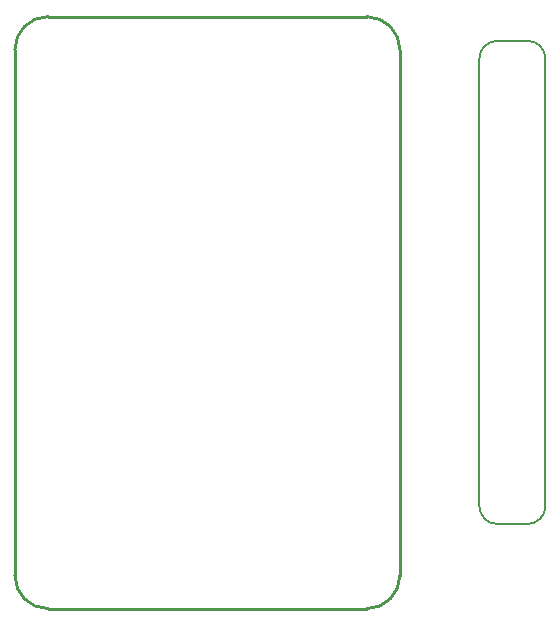
<source format=gko>
G04 Layer: BoardOutlineLayer*
G04 EasyEDA Pro v2.2.45.4, 2026-01-20 19:36:07*
G04 Gerber Generator version 0.3*
G04 Scale: 100 percent, Rotated: No, Reflected: No*
G04 Dimensions in millimeters*
G04 Leading zeros omitted, absolute positions, 4 integers and 5 decimals*
G04 Generated by one-click*
%FSLAX45Y45*%
%MOMM*%
%ADD10C,0.254*%
%ADD11C,0.2*%
%ADD12C,0.5326*%
G75*


G04 Rect Start*
G54D10*
G01X-302600Y-314900D02*
G01X-302600Y4137100D01*
G02X-22600Y4417100I280000J0D01*
G01X2677400Y4417100D01*
G02X2957400Y4137100I0J-280000D01*
G01X2957400Y-314900D01*
G02X2677400Y-594900I-280000J0D01*
G01X-22600Y-594900D01*
G02X-302600Y-314900I0J280000D01*
G54D11*
G01X3630485Y272221D02*
G01X3630485Y4061621D01*
G02X3780485Y4211621I150000J0D01*
G01X4039285Y4211621D01*
G02X4189285Y4061621I0J-150000D01*
G01X4189285Y272221D01*
G02X4039285Y122221I-150000J0D01*
G01X3780485Y122221D01*
G02X3630485Y272221I0J150000D01*
G04 Rect End*

M02*


</source>
